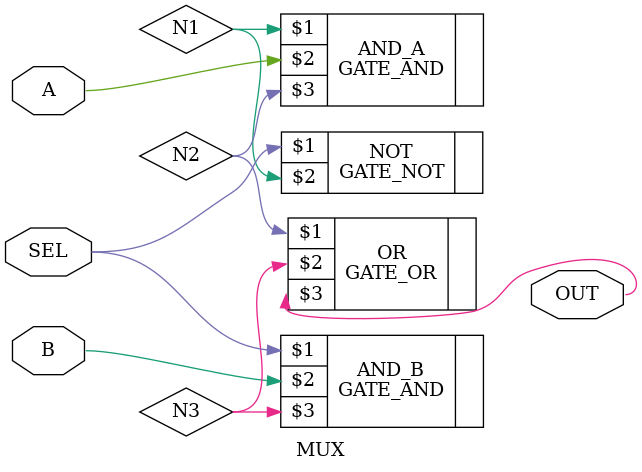
<source format=sv>
module MUX(
	 input A,
	 input B,
	 input SEL,
	 output OUT);
	 
	 logic N1, N2, N3;
	
	GATE_NOT NOT(SEL, N1);
	GATE_AND AND_A(N1, A, N2);
	GATE_AND AND_B(SEL, B, N3);
	GATE_OR OR(N2, N3, OUT);
 
endmodule: MUX
</source>
